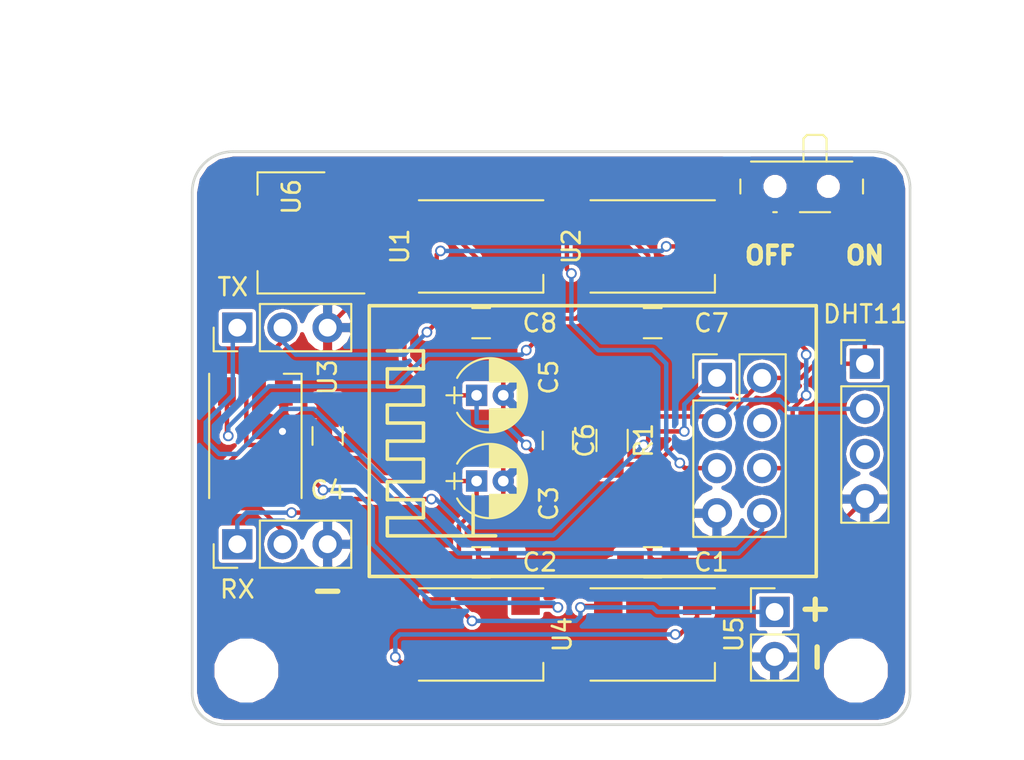
<source format=kicad_pcb>
(kicad_pcb (version 4) (host pcbnew 4.0.7)
  (layers (0 F.Cu signal) (31 B.Cu signal) (34 B.Paste user) (35 F.Paste user) (36 B.SilkS user) (37 F.SilkS user) (38 B.Mask user) (39 F.Mask user) (44 Edge.Cuts user))
  (net 0 "")
  (net 1 +5V)
  (net 2 GND)
  (net 3 +3V3)
  (net 4 /RX)
  (net 5 /GPIO_0)
  (net 6 /GPIO_2)
  (net 7 /RESET)
  (net 8 /CH_PD)
  (net 9 /TX)
  (net 10 "Net-(U1-Pad2)")
  (net 11 "Net-(U2-Pad2)")
  (net 12 "Net-(U3-Pad2)")
  (net 13 "Net-(U4-Pad2)")
  (net 14 "Net-(U5-Pad2)")
  (net 15 "Net-(U7-Pad3)")
  (module Mounting_Holes:MountingHole_3.2mm_M3 (layer F.Cu) (at 122.428 127.508)
    (fp_text reference REF** hide)
    (fp_text value MountingHole_3.2mm_M3)
    (pad 1 np_thru_hole circle (at 0 0) (size 3.2 3.2) (drill 3.2) (layers *.Cu *.Mask))
  )
  (module Pin_Headers:Pin_Header_Straight_2x04_Pitch2.54mm (layer F.Cu) (at 148.901196 111.034452)
    (fp_text reference J1 hide)
    (fp_text value Conn_02x04_Top_Bottom)
    (pad 1 thru_hole rect (at 0 0) (size 1.7 1.7) (drill 1) (layers *.Cu *.Mask) (net 4 /RX))
    (pad 5 thru_hole oval (at 2.54 0) (size 1.7 1.7) (drill 1) (layers *.Cu *.Mask) (net 3 +3V3))
    (pad 2 thru_hole oval (at 0 2.54) (size 1.7 1.7) (drill 1) (layers *.Cu *.Mask) (net 5 /GPIO_0))
    (pad 6 thru_hole oval (at 2.54 2.54) (size 1.7 1.7) (drill 1) (layers *.Cu *.Mask) (net 7 /RESET))
    (pad 3 thru_hole oval (at 0 5.08) (size 1.7 1.7) (drill 1) (layers *.Cu *.Mask) (net 6 /GPIO_2))
    (pad 7 thru_hole oval (at 2.54 5.08) (size 1.7 1.7) (drill 1) (layers *.Cu *.Mask) (net 8 /CH_PD))
    (pad 4 thru_hole oval (at 0 7.62) (size 1.7 1.7) (drill 1) (layers *.Cu *.Mask) (net 2 GND))
    (pad 8 thru_hole oval (at 2.54 7.62) (size 1.7 1.7) (drill 1) (layers *.Cu *.Mask) (net 9 /TX))
  )
  (module Capacitors_SMD:C_0805_HandSoldering (layer F.Cu) (at 145.288 121.412)
    (fp_text reference C1 (at 3.302 0) (layer F.SilkS))
    (fp_text value 100n)
    (pad 1 smd rect (at -1.25 0) (size 1.5 1.25) (layers F.Cu F.Paste F.Mask) (net 1 +5V))
    (pad 2 smd rect (at 1.25 0) (size 1.5 1.25) (layers F.Cu F.Paste F.Mask) (net 2 GND))
  )
  (module Capacitors_SMD:C_0805_HandSoldering (layer F.Cu) (at 135.636 121.412)
    (fp_text reference C2 (at 3.302 0) (layer F.SilkS))
    (fp_text value 100n)
    (pad 1 smd rect (at -1.25 0) (size 1.5 1.25) (layers F.Cu F.Paste F.Mask) (net 1 +5V))
    (pad 2 smd rect (at 1.25 0) (size 1.5 1.25) (layers F.Cu F.Paste F.Mask) (net 2 GND))
  )
  (module Capacitors_THT:CP_Radial_D4.0mm_P1.50mm (layer F.Cu) (at 135.382 116.84)
    (fp_text reference C3 (at 4.064 1.27 90) (layer F.SilkS))
    (fp_text value 10uF)
    (pad 1 thru_hole rect (at 0 0) (size 1.2 1.2) (drill 0.6) (layers *.Cu *.Mask) (net 1 +5V))
    (pad 2 thru_hole circle (at 1.5 0) (size 1.2 1.2) (drill 0.6) (layers *.Cu *.Mask) (net 2 GND))
  )
  (module Capacitors_SMD:C_0805_HandSoldering (layer F.Cu) (at 127 114.3 90)
    (fp_text reference C4 (at -3.048 0 180) (layer F.SilkS))
    (fp_text value 100n)
    (pad 1 smd rect (at -1.25 0 90) (size 1.5 1.25) (layers F.Cu F.Paste F.Mask) (net 1 +5V))
    (pad 2 smd rect (at 1.25 0 90) (size 1.5 1.25) (layers F.Cu F.Paste F.Mask) (net 2 GND))
  )
  (module Capacitors_THT:CP_Radial_D4.0mm_P1.50mm (layer F.Cu) (at 135.382 112.014)
    (fp_text reference C5 (at 4.064 -1.016 90) (layer F.SilkS))
    (fp_text value 22uF)
    (pad 1 thru_hole rect (at 0 0) (size 1.2 1.2) (drill 0.6) (layers *.Cu *.Mask) (net 3 +3V3))
    (pad 2 thru_hole circle (at 1.5 0) (size 1.2 1.2) (drill 0.6) (layers *.Cu *.Mask) (net 2 GND))
  )
  (module Capacitors_SMD:C_0805_HandSoldering (layer F.Cu) (at 139.954 114.554 90)
    (fp_text reference C6 (at 0 1.524 90) (layer F.SilkS))
    (fp_text value 100n)
    (pad 1 smd rect (at -1.25 0 90) (size 1.5 1.25) (layers F.Cu F.Paste F.Mask) (net 3 +3V3))
    (pad 2 smd rect (at 1.25 0 90) (size 1.5 1.25) (layers F.Cu F.Paste F.Mask) (net 2 GND))
  )
  (module Capacitors_SMD:C_0805_HandSoldering (layer F.Cu) (at 145.288 107.95)
    (fp_text reference C7 (at 3.302 0) (layer F.SilkS))
    (fp_text value 100n)
    (pad 1 smd rect (at -1.25 0) (size 1.5 1.25) (layers F.Cu F.Paste F.Mask) (net 1 +5V))
    (pad 2 smd rect (at 1.25 0) (size 1.5 1.25) (layers F.Cu F.Paste F.Mask) (net 2 GND))
  )
  (module Capacitors_SMD:C_0805_HandSoldering (layer F.Cu) (at 135.636 107.95)
    (fp_text reference C8 (at 3.302 0) (layer F.SilkS))
    (fp_text value 100n)
    (pad 1 smd rect (at -1.25 0) (size 1.5 1.25) (layers F.Cu F.Paste F.Mask) (net 1 +5V))
    (pad 2 smd rect (at 1.25 0) (size 1.5 1.25) (layers F.Cu F.Paste F.Mask) (net 2 GND))
  )
  (module Pin_Headers:Pin_Header_Straight_1x02_Pitch2.54mm (layer F.Cu) (at 152.146 124.206)
    (fp_text reference J2 hide)
    (fp_text value Conn_01x02)
    (pad 1 thru_hole rect (at 0 0) (size 1.7 1.7) (drill 1) (layers *.Cu *.Mask) (net 1 +5V))
    (pad 2 thru_hole oval (at 0 2.54) (size 1.7 1.7) (drill 1) (layers *.Cu *.Mask) (net 2 GND))
  )
  (module Pin_Headers:Pin_Header_Straight_1x03_Pitch2.54mm (layer F.Cu) (at 121.92 120.396 90)
    (fp_text reference RX (at -2.54 0 180) (layer F.SilkS))
    (fp_text value Conn_01x03)
    (pad 1 thru_hole rect (at 0 0 90) (size 1.7 1.7) (drill 1) (layers *.Cu *.Mask) (net 4 /RX))
    (pad 2 thru_hole oval (at 0 2.54 90) (size 1.7 1.7) (drill 1) (layers *.Cu *.Mask) (net 1 +5V))
    (pad 3 thru_hole oval (at 0 5.08 90) (size 1.7 1.7) (drill 1) (layers *.Cu *.Mask) (net 2 GND))
  )
  (module Pin_Headers:Pin_Header_Straight_1x03_Pitch2.54mm (layer F.Cu) (at 121.92 108.204 90)
    (fp_text reference TX (at 2.286 -0.254 180) (layer F.SilkS))
    (fp_text value Conn_01x03)
    (pad 1 thru_hole rect (at 0 0 90) (size 1.7 1.7) (drill 1) (layers *.Cu *.Mask) (net 9 /TX))
    (pad 2 thru_hole oval (at 0 2.54 90) (size 1.7 1.7) (drill 1) (layers *.Cu *.Mask) (net 1 +5V))
    (pad 3 thru_hole oval (at 0 5.08 90) (size 1.7 1.7) (drill 1) (layers *.Cu *.Mask) (net 2 GND))
  )
  (module Resistors_SMD:R_0805_HandSoldering (layer F.Cu) (at 143.002 114.554 90)
    (fp_text reference R1 (at 0 1.778 90) (layer F.SilkS))
    (fp_text value 4k7)
    (pad 1 smd rect (at -1.35 0 90) (size 1.5 1.3) (layers F.Cu F.Paste F.Mask) (net 3 +3V3))
    (pad 2 smd rect (at 1.35 0 90) (size 1.5 1.3) (layers F.Cu F.Paste F.Mask) (net 5 /GPIO_0))
  )
  (module Buttons_Switches_SMD:SW_SPDT_PCM12 (layer F.Cu) (at 153.67 100.584 180)
    (fp_text reference SW1 hide)
    (fp_text value SW_Push_SPDT)
    (pad "" np_thru_hole circle (at -1.5 0.33 180) (size 0.9 0.9) (drill 0.9) (layers *.Cu *.Mask))
    (pad "" np_thru_hole circle (at 1.5 0.33 180) (size 0.9 0.9) (drill 0.9) (layers *.Cu *.Mask))
    (pad 1 smd rect (at -2.25 -1.43 180) (size 0.7 1.5) (layers F.Cu F.Paste F.Mask) (net 3 +3V3))
    (pad 2 smd rect (at 0.75 -1.43 180) (size 0.7 1.5) (layers F.Cu F.Paste F.Mask) (net 8 /CH_PD))
    (pad 3 smd rect (at 2.25 -1.43 180) (size 0.7 1.5) (layers F.Cu F.Paste F.Mask) (net 2 GND))
    (pad "" smd rect (at -3.65 1.43 180) (size 1 0.8) (layers F.Cu F.Paste F.Mask))
    (pad "" smd rect (at 3.65 1.43 180) (size 1 0.8) (layers F.Cu F.Paste F.Mask))
    (pad "" smd rect (at 3.65 -0.78 180) (size 1 0.8) (layers F.Cu F.Paste F.Mask))
    (pad "" smd rect (at -3.65 -0.78 180) (size 1 0.8) (layers F.Cu F.Paste F.Mask))
  )
  (module LEDs:LED_WS2812B-PLCC4 (layer F.Cu) (at 135.636 103.632)
    (fp_text reference U1 (at -4.572 0 90) (layer F.SilkS))
    (fp_text value WS2812b)
    (pad 3 smd rect (at 2.5 1.6) (size 1.6 1) (layers F.Cu F.Paste F.Mask) (net 2 GND))
    (pad 4 smd rect (at 2.5 -1.6) (size 1.6 1) (layers F.Cu F.Paste F.Mask) (net 6 /GPIO_2))
    (pad 2 smd rect (at -2.5 1.6) (size 1.6 1) (layers F.Cu F.Paste F.Mask) (net 10 "Net-(U1-Pad2)"))
    (pad 1 smd rect (at -2.5 -1.6) (size 1.6 1) (layers F.Cu F.Paste F.Mask) (net 1 +5V))
  )
  (module LEDs:LED_WS2812B-PLCC4 (layer F.Cu) (at 145.288 103.632)
    (fp_text reference U2 (at -4.572 0 90) (layer F.SilkS))
    (fp_text value WS2812b)
    (pad 3 smd rect (at 2.5 1.6) (size 1.6 1) (layers F.Cu F.Paste F.Mask) (net 2 GND))
    (pad 4 smd rect (at 2.5 -1.6) (size 1.6 1) (layers F.Cu F.Paste F.Mask) (net 10 "Net-(U1-Pad2)"))
    (pad 2 smd rect (at -2.5 1.6) (size 1.6 1) (layers F.Cu F.Paste F.Mask) (net 11 "Net-(U2-Pad2)"))
    (pad 1 smd rect (at -2.5 -1.6) (size 1.6 1) (layers F.Cu F.Paste F.Mask) (net 1 +5V))
  )
  (module LEDs:LED_WS2812B-PLCC4 (layer F.Cu) (at 122.936 114.3 90)
    (fp_text reference U3 (at 3.302 4.064 90) (layer F.SilkS))
    (fp_text value WS2812b)
    (pad 3 smd rect (at 2.5 1.6 90) (size 1.6 1) (layers F.Cu F.Paste F.Mask) (net 2 GND))
    (pad 4 smd rect (at 2.5 -1.6 90) (size 1.6 1) (layers F.Cu F.Paste F.Mask) (net 11 "Net-(U2-Pad2)"))
    (pad 2 smd rect (at -2.5 1.6 90) (size 1.6 1) (layers F.Cu F.Paste F.Mask) (net 12 "Net-(U3-Pad2)"))
    (pad 1 smd rect (at -2.5 -1.6 90) (size 1.6 1) (layers F.Cu F.Paste F.Mask) (net 1 +5V))
  )
  (module LEDs:LED_WS2812B-PLCC4 (layer F.Cu) (at 135.636 125.476)
    (fp_text reference U4 (at 4.572 0 90) (layer F.SilkS))
    (fp_text value WS2812b)
    (pad 3 smd rect (at 2.5 1.6) (size 1.6 1) (layers F.Cu F.Paste F.Mask) (net 2 GND))
    (pad 4 smd rect (at 2.5 -1.6) (size 1.6 1) (layers F.Cu F.Paste F.Mask) (net 12 "Net-(U3-Pad2)"))
    (pad 2 smd rect (at -2.5 1.6) (size 1.6 1) (layers F.Cu F.Paste F.Mask) (net 13 "Net-(U4-Pad2)"))
    (pad 1 smd rect (at -2.5 -1.6) (size 1.6 1) (layers F.Cu F.Paste F.Mask) (net 1 +5V))
  )
  (module LEDs:LED_WS2812B-PLCC4 (layer F.Cu) (at 145.288 125.476)
    (fp_text reference U5 (at 4.572 0 90) (layer F.SilkS))
    (fp_text value WS2812b)
    (pad 3 smd rect (at 2.5 1.6) (size 1.6 1) (layers F.Cu F.Paste F.Mask) (net 2 GND))
    (pad 4 smd rect (at 2.5 -1.6) (size 1.6 1) (layers F.Cu F.Paste F.Mask) (net 13 "Net-(U4-Pad2)"))
    (pad 2 smd rect (at -2.5 1.6) (size 1.6 1) (layers F.Cu F.Paste F.Mask) (net 14 "Net-(U5-Pad2)"))
    (pad 1 smd rect (at -2.5 -1.6) (size 1.6 1) (layers F.Cu F.Paste F.Mask) (net 1 +5V))
  )
  (module TO_SOT_Packages_SMD:SOT-223 (layer F.Cu) (at 124.968 102.87 180)
    (fp_text reference U6 (at 0 2.032 270) (layer F.SilkS))
    (fp_text value LM1117-3.3)
    (pad 4 smd rect (at 3.15 0 180) (size 2 3.8) (layers F.Cu F.Paste F.Mask))
    (pad 2 smd rect (at -3.15 0 180) (size 2 1.5) (layers F.Cu F.Paste F.Mask) (net 3 +3V3))
    (pad 3 smd rect (at -3.15 2.3 180) (size 2 1.5) (layers F.Cu F.Paste F.Mask) (net 1 +5V))
    (pad 1 smd rect (at -3.15 -2.3 180) (size 2 1.5) (layers F.Cu F.Paste F.Mask) (net 2 GND))
  )
  (module Pin_Headers:Pin_Header_Straight_1x04_Pitch2.54mm (layer F.Cu) (at 157.226 110.236)
    (fp_text reference DHT11 (at 0 -2.794) (layer F.SilkS))
    (fp_text value DHT11)
    (pad 1 thru_hole rect (at 0 0) (size 1.7 1.7) (drill 1) (layers *.Cu *.Mask) (net 3 +3V3))
    (pad 2 thru_hole oval (at 0 2.54) (size 1.7 1.7) (drill 1) (layers *.Cu *.Mask) (net 5 /GPIO_0))
    (pad 3 thru_hole oval (at 0 5.08) (size 1.7 1.7) (drill 1) (layers *.Cu *.Mask) (net 15 "Net-(U7-Pad3)"))
    (pad 4 thru_hole oval (at 0 7.62) (size 1.7 1.7) (drill 1) (layers *.Cu *.Mask) (net 2 GND))
  )
  (module Mounting_Holes:MountingHole_3.2mm_M3 (layer F.Cu) (at 156.718 127.508)
    (fp_text reference REF** hide)
    (fp_text value MountingHole_3.2mm_M3)
    (pad 1 np_thru_hole circle (at 0 0) (size 3.2 3.2) (drill 3.2) (layers *.Cu *.Mask))
  )
  (module iot:logo (layer F.Cu) (at 140.462 129.286)
    (fp_text reference G*** hide)
    (fp_text value LOGO hide)
  )
  (gr_text - (at 127 122.936) (layer F.SilkS) (effects (font (size 1.5 1.5) (thickness 0.3))))
  (gr_line (start 119.38 128.778) (end 119.38 100.584) (angle 90) (layer Edge.Cuts) (width 0.15))
  (gr_line (start 157.988 130.556) (end 121.158 130.556) (angle 90) (layer Edge.Cuts) (width 0.15))
  (gr_line (start 159.766 128.778) (end 159.766 100.33) (angle 90) (layer Edge.Cuts) (width 0.15))
  (gr_line (start 121.666 98.298) (end 157.734 98.298) (angle 90) (layer Edge.Cuts) (width 0.15))
  (gr_arc (start 157.734 100.33) (end 157.734 98.298) (angle 90) (layer Edge.Cuts) (width 0.15))
  (gr_arc (start 157.988 128.778) (end 159.766 128.778) (angle 90) (layer Edge.Cuts) (width 0.15))
  (gr_arc (start 121.158 128.778) (end 121.158 130.556) (angle 90) (layer Edge.Cuts) (width 0.15))
  (gr_arc (start 121.666 100.584) (end 119.38 100.584) (angle 90) (layer Edge.Cuts) (width 0.15))
  (gr_text - (at 154.432 126.746 90) (layer F.SilkS) (effects (font (size 1.5 1.5) (thickness 0.3))))
  (gr_text + (at 154.432 123.952) (layer F.SilkS) (effects (font (size 1.5 1.5) (thickness 0.3))))
  (gr_text ON (at 157.226 104.14) (layer F.SilkS) (effects (font (size 1 1) (thickness 0.25))))
  (gr_text OFF (at 151.892 104.14) (layer F.SilkS) (effects (font (size 1 1) (thickness 0.25))))
  (gr_line (start 135.185197 118.654452) (end 135.185196 117.638452) (angle 90) (layer F.SilkS) (width 0.2))
  (gr_line (start 135.185197 119.924451) (end 135.185197 118.654452) (angle 90) (layer F.SilkS) (width 0.2))
  (gr_line (start 134.423196 119.924452) (end 136.455196 119.924452) (angle 90) (layer F.SilkS) (width 0.2))
  (gr_line (start 132.391197 109.510451) (end 130.359196 109.510452) (angle 90) (layer F.SilkS) (width 0.2))
  (gr_line (start 132.391197 110.526453) (end 132.391197 109.510451) (angle 90) (layer F.SilkS) (width 0.2))
  (gr_line (start 130.359197 110.526452) (end 132.391197 110.526453) (angle 90) (layer F.SilkS) (width 0.2))
  (gr_line (start 130.359198 111.542453) (end 130.359197 110.526452) (angle 90) (layer F.SilkS) (width 0.2))
  (gr_line (start 132.391197 111.542453) (end 130.359198 111.542453) (angle 90) (layer F.SilkS) (width 0.2))
  (gr_line (start 132.391197 112.558452) (end 132.391197 111.542453) (angle 90) (layer F.SilkS) (width 0.2))
  (gr_line (start 130.359196 112.558452) (end 132.391197 112.558452) (angle 90) (layer F.SilkS) (width 0.2))
  (gr_line (start 130.359196 113.574453) (end 130.359196 112.558452) (angle 90) (layer F.SilkS) (width 0.2))
  (gr_line (start 132.391196 113.574452) (end 130.359196 113.574453) (angle 90) (layer F.SilkS) (width 0.2))
  (gr_line (start 132.391197 114.590452) (end 132.391196 113.574452) (angle 90) (layer F.SilkS) (width 0.2))
  (gr_line (start 130.359197 114.590452) (end 132.391197 114.590452) (angle 90) (layer F.SilkS) (width 0.2))
  (gr_line (start 130.359197 115.606451) (end 130.359197 114.590452) (angle 90) (layer F.SilkS) (width 0.2))
  (gr_line (start 132.391197 115.606452) (end 130.359197 115.606451) (angle 90) (layer F.SilkS) (width 0.2))
  (gr_line (start 132.391196 116.876452) (end 132.391197 115.606452) (angle 90) (layer F.SilkS) (width 0.2))
  (gr_line (start 130.359197 116.876453) (end 132.391196 116.876452) (angle 90) (layer F.SilkS) (width 0.2))
  (gr_line (start 130.359196 117.892452) (end 130.359197 116.876453) (angle 90) (layer F.SilkS) (width 0.2))
  (gr_line (start 132.391197 117.892452) (end 130.359196 117.892452) (angle 90) (layer F.SilkS) (width 0.2))
  (gr_line (start 132.391196 118.908453) (end 132.391197 117.892452) (angle 90) (layer F.SilkS) (width 0.2))
  (gr_line (start 130.359197 118.908453) (end 132.391196 118.908453) (angle 90) (layer F.SilkS) (width 0.2))
  (gr_line (start 130.359196 119.924451) (end 130.359197 118.908453) (angle 90) (layer F.SilkS) (width 0.2))
  (gr_line (start 134.423196 119.924452) (end 130.359196 119.924451) (angle 90) (layer F.SilkS) (width 0.2))
  (gr_line (start 154.489198 122.210452) (end 154.489197 121.956451) (angle 90) (layer F.SilkS) (width 0.2))
  (gr_line (start 129.343196 122.210452) (end 154.489198 122.210452) (angle 90) (layer F.SilkS) (width 0.2))
  (gr_line (start 129.343196 106.970453) (end 129.343196 122.210452) (angle 90) (layer F.SilkS) (width 0.2))
  (gr_line (start 154.489197 106.970451) (end 129.343196 106.970453) (angle 90) (layer F.SilkS) (width 0.2))
  (gr_line (start 154.489197 121.956451) (end 154.489197 106.970451) (angle 90) (layer F.SilkS) (width 0.2))
  (segment (start 133.136 123.876) (end 134.29 123.876) (width 0.25) (layer F.Cu) (net 1))
  (segment (start 141.224 124.46) (end 141.224 123.952) (width 0.25) (layer B.Cu) (net 1))
  (segment (start 140.97 124.714) (end 141.224 124.46) (width 0.25) (layer B.Cu) (net 1))
  (segment (start 135.128 124.714) (end 140.97 124.714) (width 0.25) (layer B.Cu) (net 1))
  (via (at 135.128 124.714) (size 0.6) (drill 0.4) (layers F.Cu B.Cu) (net 1))
  (segment (start 134.29 123.876) (end 135.128 124.714) (width 0.25) (layer F.Cu) (net 1))
  (segment (start 152.146 124.206) (end 145.542 124.206) (width 0.25) (layer B.Cu) (net 1))
  (segment (start 145.542 124.206) (end 145.288 123.952) (width 0.25) (layer B.Cu) (net 1))
  (segment (start 145.288 123.952) (end 141.224 123.952) (width 0.25) (layer B.Cu) (net 1))
  (segment (start 141.3 123.876) (end 142.788 123.876) (width 0.25) (layer F.Cu) (net 1))
  (via (at 141.224 123.952) (size 0.6) (drill 0.4) (layers F.Cu B.Cu) (net 1))
  (segment (start 141.224 123.952) (end 141.3 123.876) (width 0.25) (layer F.Cu) (net 1))
  (segment (start 124.46 108.204) (end 124.46 108.966) (width 0.25) (layer F.Cu) (net 1))
  (segment (start 124.46 108.966) (end 122.428 110.998) (width 0.25) (layer F.Cu) (net 1))
  (segment (start 122.428 110.998) (end 122.428 114.808) (width 0.25) (layer F.Cu) (net 1))
  (segment (start 133.136 102.032) (end 133.136 101.56) (width 0.25) (layer F.Cu) (net 1))
  (segment (start 133.136 101.56) (end 134.366 100.33) (width 0.25) (layer F.Cu) (net 1))
  (segment (start 142.788 101.132) (end 142.788 102.032) (width 0.25) (layer F.Cu) (net 1))
  (segment (start 141.986 100.33) (end 142.788 101.132) (width 0.25) (layer F.Cu) (net 1))
  (segment (start 134.366 100.33) (end 141.986 100.33) (width 0.25) (layer F.Cu) (net 1))
  (segment (start 134.386 107.95) (end 133.096 107.95) (width 0.25) (layer F.Cu) (net 1))
  (segment (start 133.096 107.95) (end 132.588 108.458) (width 0.25) (layer F.Cu) (net 1))
  (via (at 132.588 108.458) (size 0.6) (drill 0.4) (layers F.Cu B.Cu) (net 1))
  (segment (start 132.588 108.458) (end 131.318 109.728) (width 0.25) (layer B.Cu) (net 1))
  (segment (start 131.318 109.728) (end 125.222 109.728) (width 0.25) (layer B.Cu) (net 1))
  (segment (start 125.222 109.728) (end 124.46 108.966) (width 0.25) (layer B.Cu) (net 1))
  (segment (start 144.038 107.95) (end 144.038 106.914) (width 0.25) (layer F.Cu) (net 1))
  (segment (start 145.034 104.14) (end 142.926 102.032) (width 0.25) (layer F.Cu) (net 1))
  (segment (start 145.034 105.918) (end 145.034 104.14) (width 0.25) (layer F.Cu) (net 1))
  (segment (start 144.038 106.914) (end 145.034 105.918) (width 0.25) (layer F.Cu) (net 1))
  (segment (start 142.926 102.032) (end 142.788 102.032) (width 0.25) (layer F.Cu) (net 1))
  (segment (start 134.386 107.95) (end 134.386 106.914) (width 0.25) (layer F.Cu) (net 1))
  (segment (start 135.382 104.278) (end 133.136 102.032) (width 0.25) (layer F.Cu) (net 1))
  (segment (start 135.382 105.918) (end 135.382 104.278) (width 0.25) (layer F.Cu) (net 1))
  (segment (start 134.386 106.914) (end 135.382 105.918) (width 0.25) (layer F.Cu) (net 1))
  (segment (start 135.382 116.84) (end 130.048 116.84) (width 0.25) (layer F.Cu) (net 1))
  (segment (start 128.758 115.55) (end 127 115.55) (width 0.25) (layer F.Cu) (net 1))
  (segment (start 130.048 116.84) (end 128.758 115.55) (width 0.25) (layer F.Cu) (net 1))
  (segment (start 135.382 116.84) (end 135.382 118.364) (width 0.25) (layer F.Cu) (net 1))
  (segment (start 134.386 119.36) (end 134.386 121.412) (width 0.25) (layer F.Cu) (net 1))
  (segment (start 135.382 118.364) (end 134.386 119.36) (width 0.25) (layer F.Cu) (net 1))
  (segment (start 134.386 121.412) (end 133.35 121.412) (width 0.25) (layer F.Cu) (net 1))
  (segment (start 133.136 121.626) (end 133.136 123.876) (width 0.25) (layer F.Cu) (net 1))
  (segment (start 133.35 121.412) (end 133.136 121.626) (width 0.25) (layer F.Cu) (net 1))
  (segment (start 127 115.55) (end 126.218 115.55) (width 0.25) (layer F.Cu) (net 1))
  (segment (start 126.218 115.55) (end 125.476 114.808) (width 0.25) (layer F.Cu) (net 1))
  (segment (start 125.476 114.808) (end 122.428 114.808) (width 0.25) (layer F.Cu) (net 1))
  (segment (start 122.428 114.808) (end 121.336 115.9) (width 0.25) (layer F.Cu) (net 1))
  (segment (start 121.336 115.9) (end 121.336 116.8) (width 0.25) (layer F.Cu) (net 1))
  (segment (start 124.46 120.396) (end 124.46 119.634) (width 0.25) (layer F.Cu) (net 1))
  (segment (start 124.46 119.634) (end 123.19 118.364) (width 0.25) (layer F.Cu) (net 1))
  (segment (start 123.19 118.364) (end 121.666 118.364) (width 0.25) (layer F.Cu) (net 1))
  (segment (start 121.666 118.364) (end 121.336 118.034) (width 0.25) (layer F.Cu) (net 1))
  (segment (start 121.336 118.034) (end 121.336 116.8) (width 0.25) (layer F.Cu) (net 1))
  (segment (start 133.136 102.032) (end 131.75 102.032) (width 0.25) (layer F.Cu) (net 1))
  (segment (start 130.288 100.57) (end 128.118 100.57) (width 0.25) (layer F.Cu) (net 1))
  (segment (start 131.75 102.032) (end 130.288 100.57) (width 0.25) (layer F.Cu) (net 1))
  (segment (start 142.788 123.876) (end 142.788 121.626) (width 0.25) (layer F.Cu) (net 1))
  (segment (start 143.002 121.412) (end 144.038 121.412) (width 0.25) (layer F.Cu) (net 1))
  (segment (start 142.788 121.626) (end 143.002 121.412) (width 0.25) (layer F.Cu) (net 1))
  (segment (start 151.42 102.014) (end 151.42 103.596) (width 0.25) (layer F.Cu) (net 2))
  (segment (start 149.784 105.232) (end 147.788 105.232) (width 0.25) (layer F.Cu) (net 2))
  (segment (start 151.42 103.596) (end 149.784 105.232) (width 0.25) (layer F.Cu) (net 2))
  (segment (start 127 120.396) (end 127 119.126) (width 0.25) (layer B.Cu) (net 2))
  (segment (start 124.536 113.97) (end 124.536 111.8) (width 0.25) (layer F.Cu) (net 2))
  (segment (start 124.46 114.046) (end 124.536 113.97) (width 0.25) (layer F.Cu) (net 2))
  (via (at 124.46 114.046) (size 0.6) (drill 0.4) (layers F.Cu B.Cu) (net 2))
  (segment (start 125.476 115.062) (end 124.46 114.046) (width 0.25) (layer B.Cu) (net 2))
  (segment (start 125.476 117.602) (end 125.476 115.062) (width 0.25) (layer B.Cu) (net 2))
  (segment (start 127 119.126) (end 125.476 117.602) (width 0.25) (layer B.Cu) (net 2))
  (segment (start 146.538 107.95) (end 146.538 108.732) (width 0.25) (layer F.Cu) (net 2))
  (segment (start 139.954 110.236) (end 139.954 113.304) (width 0.25) (layer F.Cu) (net 2))
  (segment (start 140.716 109.474) (end 139.954 110.236) (width 0.25) (layer F.Cu) (net 2))
  (segment (start 145.796 109.474) (end 140.716 109.474) (width 0.25) (layer F.Cu) (net 2))
  (segment (start 146.538 108.732) (end 145.796 109.474) (width 0.25) (layer F.Cu) (net 2))
  (segment (start 128.118 105.17) (end 128.118 107.086) (width 0.25) (layer F.Cu) (net 2))
  (segment (start 128.118 107.086) (end 127 108.204) (width 0.25) (layer F.Cu) (net 2))
  (segment (start 137.668 119.888) (end 137.668 119.634) (width 0.25) (layer F.Cu) (net 2))
  (segment (start 136.882 118.848) (end 136.882 116.84) (width 0.25) (layer F.Cu) (net 2))
  (segment (start 137.668 119.634) (end 136.882 118.848) (width 0.25) (layer F.Cu) (net 2))
  (segment (start 146.538 121.412) (end 146.538 120.376) (width 0.25) (layer F.Cu) (net 2))
  (segment (start 136.886 120.67) (end 136.886 121.412) (width 0.25) (layer F.Cu) (net 2))
  (segment (start 137.668 119.888) (end 136.886 120.67) (width 0.25) (layer F.Cu) (net 2))
  (segment (start 146.05 119.888) (end 137.668 119.888) (width 0.25) (layer F.Cu) (net 2))
  (segment (start 146.538 120.376) (end 146.05 119.888) (width 0.25) (layer F.Cu) (net 2))
  (segment (start 157.226 117.856) (end 153.67 121.412) (width 0.25) (layer F.Cu) (net 2))
  (segment (start 153.67 121.412) (end 146.538 121.412) (width 0.25) (layer F.Cu) (net 2))
  (segment (start 127 120.396) (end 129.54 120.396) (width 0.25) (layer F.Cu) (net 2))
  (segment (start 131.572 125.476) (end 136.144 125.476) (width 0.25) (layer F.Cu) (net 2))
  (segment (start 131.064 124.968) (end 131.572 125.476) (width 0.25) (layer F.Cu) (net 2))
  (segment (start 131.064 121.92) (end 131.064 124.968) (width 0.25) (layer F.Cu) (net 2))
  (segment (start 129.54 120.396) (end 131.064 121.92) (width 0.25) (layer F.Cu) (net 2))
  (segment (start 136.882 112.014) (end 136.882 107.954) (width 0.25) (layer F.Cu) (net 2))
  (segment (start 136.882 107.954) (end 136.886 107.95) (width 0.25) (layer F.Cu) (net 2))
  (segment (start 136.886 107.95) (end 136.886 106.482) (width 0.25) (layer F.Cu) (net 2))
  (segment (start 136.886 106.482) (end 138.136 105.232) (width 0.25) (layer F.Cu) (net 2))
  (segment (start 136.882 112.014) (end 136.882 116.84) (width 0.25) (layer F.Cu) (net 2))
  (segment (start 139.954 113.304) (end 138.172 113.304) (width 0.25) (layer F.Cu) (net 2))
  (segment (start 138.172 113.304) (end 136.882 112.014) (width 0.25) (layer F.Cu) (net 2))
  (segment (start 127 108.204) (end 127 113.05) (width 0.25) (layer F.Cu) (net 2))
  (segment (start 124.536 111.8) (end 125.75 111.8) (width 0.25) (layer F.Cu) (net 2))
  (segment (start 125.75 111.8) (end 127 113.05) (width 0.25) (layer F.Cu) (net 2))
  (segment (start 138.136 127.076) (end 136.982 127.076) (width 0.25) (layer F.Cu) (net 2))
  (segment (start 136.886 122.702) (end 136.886 121.412) (width 0.25) (layer F.Cu) (net 2))
  (segment (start 136.144 125.476) (end 136.144 123.444) (width 0.25) (layer F.Cu) (net 2))
  (segment (start 136.144 123.444) (end 136.886 122.702) (width 0.25) (layer F.Cu) (net 2))
  (segment (start 136.144 126.238) (end 136.144 125.476) (width 0.25) (layer F.Cu) (net 2))
  (segment (start 136.982 127.076) (end 136.144 126.238) (width 0.25) (layer F.Cu) (net 2))
  (segment (start 146.538 121.412) (end 146.538 122.448) (width 0.25) (layer F.Cu) (net 2))
  (segment (start 146.126 127.076) (end 147.788 127.076) (width 0.25) (layer F.Cu) (net 2))
  (segment (start 145.796 126.746) (end 146.126 127.076) (width 0.25) (layer F.Cu) (net 2))
  (segment (start 145.796 123.19) (end 145.796 126.746) (width 0.25) (layer F.Cu) (net 2))
  (segment (start 146.538 122.448) (end 145.796 123.19) (width 0.25) (layer F.Cu) (net 2))
  (segment (start 147.788 127.076) (end 149.784 127.076) (width 0.25) (layer F.Cu) (net 2))
  (segment (start 149.784 127.076) (end 150.114 126.746) (width 0.25) (layer F.Cu) (net 2))
  (segment (start 150.114 126.746) (end 152.146 126.746) (width 0.25) (layer F.Cu) (net 2))
  (segment (start 146.538 121.412) (end 148.082 121.412) (width 0.25) (layer F.Cu) (net 2))
  (segment (start 148.901196 120.592804) (end 148.901196 118.654452) (width 0.25) (layer F.Cu) (net 2))
  (segment (start 148.082 121.412) (end 148.901196 120.592804) (width 0.25) (layer F.Cu) (net 2))
  (segment (start 147.788 105.232) (end 147.788 107.736) (width 0.25) (layer F.Cu) (net 2))
  (segment (start 147.574 107.95) (end 146.538 107.95) (width 0.25) (layer F.Cu) (net 2))
  (segment (start 147.788 107.736) (end 147.574 107.95) (width 0.25) (layer F.Cu) (net 2))
  (segment (start 155.92 102.014) (end 155.92 106.644) (width 0.25) (layer F.Cu) (net 3))
  (segment (start 157.226 107.95) (end 157.226 110.236) (width 0.25) (layer F.Cu) (net 3))
  (segment (start 155.92 106.644) (end 157.226 107.95) (width 0.25) (layer F.Cu) (net 3))
  (segment (start 151.441196 111.034452) (end 151.441196 111.194804) (width 0.25) (layer F.Cu) (net 3))
  (segment (start 151.441196 111.194804) (end 150.114 112.522) (width 0.25) (layer F.Cu) (net 3))
  (segment (start 145.462 115.904) (end 143.002 115.904) (width 0.25) (layer F.Cu) (net 3))
  (segment (start 146.558 114.808) (end 145.462 115.904) (width 0.25) (layer F.Cu) (net 3))
  (segment (start 149.606 114.808) (end 146.558 114.808) (width 0.25) (layer F.Cu) (net 3))
  (segment (start 150.114 114.3) (end 149.606 114.808) (width 0.25) (layer F.Cu) (net 3))
  (segment (start 150.114 112.522) (end 150.114 114.3) (width 0.25) (layer F.Cu) (net 3))
  (segment (start 128.118 102.87) (end 130.302 102.87) (width 0.25) (layer F.Cu) (net 3))
  (segment (start 133.35 112.014) (end 135.382 112.014) (width 0.25) (layer F.Cu) (net 3))
  (segment (start 131.318 109.982) (end 133.35 112.014) (width 0.25) (layer F.Cu) (net 3))
  (segment (start 131.318 103.886) (end 131.318 109.982) (width 0.25) (layer F.Cu) (net 3))
  (segment (start 130.302 102.87) (end 131.318 103.886) (width 0.25) (layer F.Cu) (net 3))
  (segment (start 139.954 115.804) (end 139.172 115.804) (width 0.25) (layer F.Cu) (net 3))
  (segment (start 135.382 113.538) (end 135.382 112.014) (width 0.25) (layer B.Cu) (net 3))
  (segment (start 136.906 113.538) (end 135.382 113.538) (width 0.25) (layer B.Cu) (net 3))
  (segment (start 138.176 114.808) (end 136.906 113.538) (width 0.25) (layer B.Cu) (net 3))
  (via (at 138.176 114.808) (size 0.6) (drill 0.4) (layers F.Cu B.Cu) (net 3))
  (segment (start 139.172 115.804) (end 138.176 114.808) (width 0.25) (layer F.Cu) (net 3))
  (segment (start 139.954 115.804) (end 142.902 115.804) (width 0.25) (layer F.Cu) (net 3))
  (segment (start 142.902 115.804) (end 143.002 115.904) (width 0.25) (layer F.Cu) (net 3))
  (segment (start 157.226 110.236) (end 154.432 110.236) (width 0.25) (layer F.Cu) (net 3))
  (segment (start 153.633548 111.034452) (end 151.441196 111.034452) (width 0.25) (layer F.Cu) (net 3))
  (segment (start 154.432 110.236) (end 153.633548 111.034452) (width 0.25) (layer F.Cu) (net 3))
  (segment (start 148.901196 111.034452) (end 148.553548 111.034452) (width 0.25) (layer B.Cu) (net 4))
  (segment (start 148.553548 111.034452) (end 147.066 112.522) (width 0.25) (layer B.Cu) (net 4))
  (segment (start 147.066 112.522) (end 147.066 114.046) (width 0.25) (layer B.Cu) (net 4))
  (via (at 147.066 114.046) (size 0.6) (drill 0.4) (layers F.Cu B.Cu) (net 4))
  (segment (start 147.066 114.046) (end 145.288 114.046) (width 0.25) (layer F.Cu) (net 4))
  (segment (start 145.288 114.046) (end 145.034 114.3) (width 0.25) (layer F.Cu) (net 4))
  (segment (start 145.034 114.3) (end 145.034 114.554) (width 0.25) (layer F.Cu) (net 4))
  (segment (start 145.034 114.554) (end 144.78 114.808) (width 0.25) (layer F.Cu) (net 4))
  (via (at 144.78 114.808) (size 0.6) (drill 0.4) (layers F.Cu B.Cu) (net 4))
  (segment (start 144.78 114.808) (end 139.7 119.888) (width 0.25) (layer B.Cu) (net 4))
  (segment (start 139.7 119.888) (end 135.128 119.888) (width 0.25) (layer B.Cu) (net 4))
  (segment (start 135.128 119.888) (end 133.096 117.856) (width 0.25) (layer B.Cu) (net 4))
  (segment (start 133.096 117.856) (end 132.842 117.856) (width 0.25) (layer B.Cu) (net 4))
  (via (at 132.842 117.856) (size 0.6) (drill 0.4) (layers F.Cu B.Cu) (net 4))
  (segment (start 132.842 117.856) (end 128.524 117.856) (width 0.25) (layer F.Cu) (net 4))
  (segment (start 128.524 117.856) (end 127.762 118.618) (width 0.25) (layer F.Cu) (net 4))
  (segment (start 127.762 118.618) (end 124.968 118.618) (width 0.25) (layer F.Cu) (net 4))
  (via (at 124.968 118.618) (size 0.6) (drill 0.4) (layers F.Cu B.Cu) (net 4))
  (segment (start 124.968 118.618) (end 122.428 118.618) (width 0.25) (layer B.Cu) (net 4))
  (segment (start 122.428 118.618) (end 121.92 119.126) (width 0.25) (layer B.Cu) (net 4))
  (segment (start 121.92 119.126) (end 121.92 120.396) (width 0.25) (layer B.Cu) (net 4))
  (segment (start 143.002 113.204) (end 148.530744 113.204) (width 0.25) (layer F.Cu) (net 5))
  (segment (start 148.530744 113.204) (end 148.901196 113.574452) (width 0.25) (layer F.Cu) (net 5))
  (segment (start 157.226 112.776) (end 152.908 112.776) (width 0.25) (layer B.Cu) (net 5))
  (segment (start 150.114 112.268) (end 148.901196 113.480804) (width 0.25) (layer B.Cu) (net 5))
  (segment (start 152.4 112.268) (end 150.114 112.268) (width 0.25) (layer B.Cu) (net 5))
  (segment (start 152.908 112.776) (end 152.4 112.268) (width 0.25) (layer B.Cu) (net 5))
  (segment (start 148.901196 113.480804) (end 148.901196 113.574452) (width 0.25) (layer B.Cu) (net 5))
  (segment (start 148.901196 116.114452) (end 147.102452 116.114452) (width 0.25) (layer F.Cu) (net 6))
  (segment (start 139.624 102.032) (end 138.136 102.032) (width 0.25) (layer F.Cu) (net 6))
  (segment (start 140.462 102.87) (end 139.624 102.032) (width 0.25) (layer F.Cu) (net 6))
  (segment (start 140.462 104.902) (end 140.462 102.87) (width 0.25) (layer F.Cu) (net 6))
  (segment (start 140.716 105.156) (end 140.462 104.902) (width 0.25) (layer F.Cu) (net 6))
  (via (at 140.716 105.156) (size 0.6) (drill 0.4) (layers F.Cu B.Cu) (net 6))
  (segment (start 140.716 107.95) (end 140.716 105.156) (width 0.25) (layer B.Cu) (net 6))
  (segment (start 142.24 109.474) (end 140.716 107.95) (width 0.25) (layer B.Cu) (net 6))
  (segment (start 145.288 109.474) (end 142.24 109.474) (width 0.25) (layer B.Cu) (net 6))
  (segment (start 146.05 110.236) (end 145.288 109.474) (width 0.25) (layer B.Cu) (net 6))
  (segment (start 146.05 115.062) (end 146.05 110.236) (width 0.25) (layer B.Cu) (net 6))
  (segment (start 146.812 115.824) (end 146.05 115.062) (width 0.25) (layer B.Cu) (net 6))
  (via (at 146.812 115.824) (size 0.6) (drill 0.4) (layers F.Cu B.Cu) (net 6))
  (segment (start 147.102452 116.114452) (end 146.812 115.824) (width 0.25) (layer F.Cu) (net 6))
  (segment (start 152.92 102.014) (end 152.92 108.47) (width 0.25) (layer F.Cu) (net 8))
  (segment (start 152.617548 116.114452) (end 151.441196 116.114452) (width 0.25) (layer F.Cu) (net 8))
  (segment (start 153.162 115.57) (end 152.617548 116.114452) (width 0.25) (layer F.Cu) (net 8))
  (segment (start 153.162 112.776) (end 153.162 115.57) (width 0.25) (layer F.Cu) (net 8))
  (segment (start 153.924 112.014) (end 153.162 112.776) (width 0.25) (layer F.Cu) (net 8))
  (via (at 153.924 112.014) (size 0.6) (drill 0.4) (layers F.Cu B.Cu) (net 8))
  (segment (start 153.924 109.728) (end 153.924 112.014) (width 0.25) (layer B.Cu) (net 8))
  (via (at 153.924 109.728) (size 0.6) (drill 0.4) (layers F.Cu B.Cu) (net 8))
  (segment (start 153.924 109.474) (end 153.924 109.728) (width 0.25) (layer F.Cu) (net 8))
  (segment (start 152.92 108.47) (end 153.924 109.474) (width 0.25) (layer F.Cu) (net 8))
  (segment (start 151.441196 118.654452) (end 151.441196 119.576804) (width 0.25) (layer B.Cu) (net 9))
  (segment (start 121.666 112.014) (end 121.666 108.458) (width 0.25) (layer B.Cu) (net 9))
  (segment (start 120.142 113.538) (end 121.666 112.014) (width 0.25) (layer B.Cu) (net 9))
  (segment (start 120.142 114.554) (end 120.142 113.538) (width 0.25) (layer B.Cu) (net 9))
  (segment (start 120.904 115.316) (end 120.142 114.554) (width 0.25) (layer B.Cu) (net 9))
  (segment (start 121.92 115.316) (end 120.904 115.316) (width 0.25) (layer B.Cu) (net 9))
  (segment (start 124.46 112.776) (end 121.92 115.316) (width 0.25) (layer B.Cu) (net 9))
  (segment (start 126.238 112.776) (end 124.46 112.776) (width 0.25) (layer B.Cu) (net 9))
  (segment (start 134.366 120.904) (end 126.238 112.776) (width 0.25) (layer B.Cu) (net 9))
  (segment (start 150.114 120.904) (end 134.366 120.904) (width 0.25) (layer B.Cu) (net 9))
  (segment (start 151.441196 119.576804) (end 150.114 120.904) (width 0.25) (layer B.Cu) (net 9))
  (segment (start 121.666 108.458) (end 121.92 108.204) (width 0.25) (layer B.Cu) (net 9))
  (segment (start 147.788 102.032) (end 147.788 102.656) (width 0.25) (layer F.Cu) (net 10))
  (segment (start 133.136 104.1) (end 133.136 105.232) (width 0.25) (layer F.Cu) (net 10))
  (segment (start 133.35 103.886) (end 133.136 104.1) (width 0.25) (layer F.Cu) (net 10))
  (via (at 133.35 103.886) (size 0.6) (drill 0.4) (layers F.Cu B.Cu) (net 10))
  (segment (start 145.796 103.886) (end 133.35 103.886) (width 0.25) (layer B.Cu) (net 10))
  (segment (start 146.05 103.632) (end 145.796 103.886) (width 0.25) (layer B.Cu) (net 10))
  (via (at 146.05 103.632) (size 0.6) (drill 0.4) (layers F.Cu B.Cu) (net 10))
  (segment (start 146.812 103.632) (end 146.05 103.632) (width 0.25) (layer F.Cu) (net 10))
  (segment (start 147.788 102.656) (end 146.812 103.632) (width 0.25) (layer F.Cu) (net 10))
  (segment (start 142.788 105.232) (end 142.788 105.878) (width 0.25) (layer F.Cu) (net 11))
  (segment (start 121.336 114.224) (end 121.336 111.8) (width 0.25) (layer F.Cu) (net 11))
  (segment (start 121.412 114.3) (end 121.336 114.224) (width 0.25) (layer F.Cu) (net 11))
  (via (at 121.412 114.3) (size 0.6) (drill 0.4) (layers F.Cu B.Cu) (net 11))
  (segment (start 121.412 113.792) (end 121.412 114.3) (width 0.25) (layer B.Cu) (net 11))
  (segment (start 123.698 111.506) (end 121.412 113.792) (width 0.25) (layer B.Cu) (net 11))
  (segment (start 130.81 111.506) (end 123.698 111.506) (width 0.25) (layer B.Cu) (net 11))
  (segment (start 132.588 109.728) (end 130.81 111.506) (width 0.25) (layer B.Cu) (net 11))
  (segment (start 137.922 109.728) (end 132.588 109.728) (width 0.25) (layer B.Cu) (net 11))
  (segment (start 138.176 109.474) (end 137.922 109.728) (width 0.25) (layer B.Cu) (net 11))
  (via (at 138.176 109.474) (size 0.6) (drill 0.4) (layers F.Cu B.Cu) (net 11))
  (segment (start 139.954 107.696) (end 138.176 109.474) (width 0.25) (layer F.Cu) (net 11))
  (segment (start 140.97 107.696) (end 139.954 107.696) (width 0.25) (layer F.Cu) (net 11))
  (segment (start 142.788 105.878) (end 140.97 107.696) (width 0.25) (layer F.Cu) (net 11))
  (segment (start 138.136 123.876) (end 139.878 123.876) (width 0.25) (layer F.Cu) (net 12))
  (segment (start 126.198 116.8) (end 124.536 116.8) (width 0.25) (layer F.Cu) (net 12))
  (segment (start 126.746 117.348) (end 126.198 116.8) (width 0.25) (layer F.Cu) (net 12))
  (via (at 126.746 117.348) (size 0.6) (drill 0.4) (layers F.Cu B.Cu) (net 12))
  (segment (start 128.524 117.348) (end 126.746 117.348) (width 0.25) (layer B.Cu) (net 12))
  (segment (start 129.54 118.364) (end 128.524 117.348) (width 0.25) (layer B.Cu) (net 12))
  (segment (start 129.54 120.396) (end 129.54 118.364) (width 0.25) (layer B.Cu) (net 12))
  (segment (start 132.842 123.698) (end 129.54 120.396) (width 0.25) (layer B.Cu) (net 12))
  (segment (start 139.7 123.698) (end 132.842 123.698) (width 0.25) (layer B.Cu) (net 12))
  (segment (start 139.954 123.952) (end 139.7 123.698) (width 0.25) (layer B.Cu) (net 12))
  (via (at 139.954 123.952) (size 0.6) (drill 0.4) (layers F.Cu B.Cu) (net 12))
  (segment (start 139.878 123.876) (end 139.954 123.952) (width 0.25) (layer F.Cu) (net 12))
  (segment (start 147.788 123.876) (end 147.788 124.5) (width 0.25) (layer F.Cu) (net 13))
  (segment (start 131.14 127.076) (end 133.136 127.076) (width 0.25) (layer F.Cu) (net 13))
  (segment (start 130.81 126.746) (end 131.14 127.076) (width 0.25) (layer F.Cu) (net 13))
  (via (at 130.81 126.746) (size 0.6) (drill 0.4) (layers F.Cu B.Cu) (net 13))
  (segment (start 130.81 125.73) (end 130.81 126.746) (width 0.25) (layer B.Cu) (net 13))
  (segment (start 131.064 125.476) (end 130.81 125.73) (width 0.25) (layer B.Cu) (net 13))
  (segment (start 133.35 125.476) (end 131.064 125.476) (width 0.25) (layer B.Cu) (net 13))
  (segment (start 137.16 125.476) (end 133.35 125.476) (width 0.25) (layer B.Cu) (net 13))
  (segment (start 146.558 125.476) (end 137.16 125.476) (width 0.25) (layer B.Cu) (net 13))
  (via (at 146.558 125.476) (size 0.6) (drill 0.4) (layers F.Cu B.Cu) (net 13))
  (segment (start 146.812 125.476) (end 146.558 125.476) (width 0.25) (layer F.Cu) (net 13))
  (segment (start 147.788 124.5) (end 146.812 125.476) (width 0.25) (layer F.Cu) (net 13))
  (zone (net 2) (net_name GND) (layer F.Cu) (connect_pads (clearance 0.2)) (min_thickness 0.254) (fill yes (arc_segments 16) (thermal_gap 0.508) (thermal_bridge_width 0.508))
    (polygon (pts (xy 159.766 130.556) (xy 119.38 130.556) (xy 119.38 98.298) (xy 159.766 98.298)))
  )
  (zone (net 2) (net_name GND) (layer B.Cu) (connect_pads (clearance 0.2)) (min_thickness 0.254) (fill yes (arc_segments 16) (thermal_gap 0.508) (thermal_bridge_width 0.508))
    (polygon (pts (xy 159.766 130.556) (xy 119.38 130.556) (xy 119.38 98.298) (xy 159.766 98.298)))
  )
)
</source>
